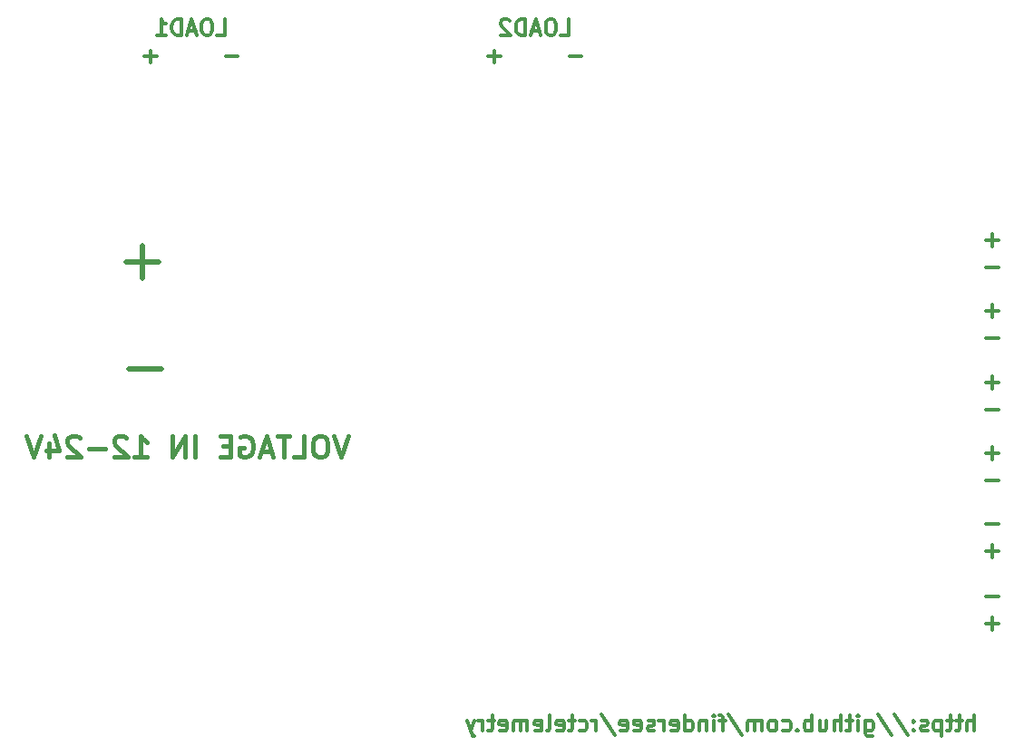
<source format=gbo>
%TF.GenerationSoftware,KiCad,Pcbnew,(5.0.0)*%
%TF.CreationDate,2019-06-24T20:52:01+03:00*%
%TF.ProjectId,Telemetry,54656C656D657472792E6B696361645F,0.1*%
%TF.SameCoordinates,Original*%
%TF.FileFunction,Legend,Bot*%
%TF.FilePolarity,Positive*%
%FSLAX46Y46*%
G04 Gerber Fmt 4.6, Leading zero omitted, Abs format (unit mm)*
G04 Created by KiCad (PCBNEW (5.0.0)) date 06/24/19 20:52:01*
%MOMM*%
%LPD*%
G01*
G04 APERTURE LIST*
%ADD10C,0.300000*%
%ADD11C,0.400000*%
%ADD12C,0.500000*%
%ADD13O,1.670000X1.120000*%
%ADD14O,1.070000X1.370000*%
%ADD15C,8.160000*%
%ADD16R,1.120000X1.120000*%
%ADD17O,1.120000X1.120000*%
%ADD18C,1.660000*%
%ADD19R,1.660000X1.660000*%
%ADD20R,1.200000X1.200000*%
%ADD21O,1.200000X1.200000*%
%ADD22R,2.392000X2.392000*%
%ADD23O,2.392000X2.392000*%
%ADD24O,2.060000X2.060000*%
%ADD25R,2.060000X2.060000*%
%ADD26R,2.160000X3.960000*%
%ADD27O,2.160000X3.960000*%
%ADD28C,1.860000*%
%ADD29O,6.360000X10.360000*%
%ADD30O,2.087200X2.392000*%
%ADD31R,2.087200X2.392000*%
%ADD32R,11.120000X9.520000*%
%ADD33R,2.087200X2.087200*%
%ADD34O,2.087200X2.087200*%
%ADD35C,3.560000*%
%ADD36C,2.358980*%
%ADD37R,1.360000X1.360000*%
%ADD38O,1.360000X1.360000*%
%ADD39C,1.560000*%
%ADD40C,1.160000*%
%ADD41C,1.010000*%
G04 APERTURE END LIST*
D10*
X152228571Y-107367857D02*
X153371428Y-107367857D01*
X152800000Y-106796428D02*
X152800000Y-107939285D01*
X152228571Y-104817857D02*
X153371428Y-104817857D01*
X152228571Y-100567857D02*
X153371428Y-100567857D01*
X152800000Y-99996428D02*
X152800000Y-101139285D01*
X152228571Y-98017857D02*
X153371428Y-98017857D01*
X153371428Y-91432142D02*
X152228571Y-91432142D01*
X152800000Y-92003571D02*
X152800000Y-90860714D01*
X153371428Y-93982142D02*
X152228571Y-93982142D01*
X153371428Y-84832142D02*
X152228571Y-84832142D01*
X152800000Y-85403571D02*
X152800000Y-84260714D01*
X153371428Y-87382142D02*
X152228571Y-87382142D01*
X153371428Y-78132142D02*
X152228571Y-78132142D01*
X152800000Y-78703571D02*
X152800000Y-77560714D01*
X153371428Y-80682142D02*
X152228571Y-80682142D01*
X153371428Y-71532142D02*
X152228571Y-71532142D01*
X152800000Y-72103571D02*
X152800000Y-70960714D01*
X153371428Y-74082142D02*
X152228571Y-74082142D01*
X112528571Y-52403571D02*
X113242857Y-52403571D01*
X113242857Y-50903571D01*
X111742857Y-50903571D02*
X111457142Y-50903571D01*
X111314285Y-50975000D01*
X111171428Y-51117857D01*
X111100000Y-51403571D01*
X111100000Y-51903571D01*
X111171428Y-52189285D01*
X111314285Y-52332142D01*
X111457142Y-52403571D01*
X111742857Y-52403571D01*
X111885714Y-52332142D01*
X112028571Y-52189285D01*
X112100000Y-51903571D01*
X112100000Y-51403571D01*
X112028571Y-51117857D01*
X111885714Y-50975000D01*
X111742857Y-50903571D01*
X110528571Y-51975000D02*
X109814285Y-51975000D01*
X110671428Y-52403571D02*
X110171428Y-50903571D01*
X109671428Y-52403571D01*
X109171428Y-52403571D02*
X109171428Y-50903571D01*
X108814285Y-50903571D01*
X108600000Y-50975000D01*
X108457142Y-51117857D01*
X108385714Y-51260714D01*
X108314285Y-51546428D01*
X108314285Y-51760714D01*
X108385714Y-52046428D01*
X108457142Y-52189285D01*
X108600000Y-52332142D01*
X108814285Y-52403571D01*
X109171428Y-52403571D01*
X107742857Y-51046428D02*
X107671428Y-50975000D01*
X107528571Y-50903571D01*
X107171428Y-50903571D01*
X107028571Y-50975000D01*
X106957142Y-51046428D01*
X106885714Y-51189285D01*
X106885714Y-51332142D01*
X106957142Y-51546428D01*
X107814285Y-52403571D01*
X106885714Y-52403571D01*
X114457142Y-54382142D02*
X113314285Y-54382142D01*
X106885714Y-54382142D02*
X105742857Y-54382142D01*
X106314285Y-54953571D02*
X106314285Y-53810714D01*
X80428571Y-52403571D02*
X81142857Y-52403571D01*
X81142857Y-50903571D01*
X79642857Y-50903571D02*
X79357142Y-50903571D01*
X79214285Y-50975000D01*
X79071428Y-51117857D01*
X79000000Y-51403571D01*
X79000000Y-51903571D01*
X79071428Y-52189285D01*
X79214285Y-52332142D01*
X79357142Y-52403571D01*
X79642857Y-52403571D01*
X79785714Y-52332142D01*
X79928571Y-52189285D01*
X80000000Y-51903571D01*
X80000000Y-51403571D01*
X79928571Y-51117857D01*
X79785714Y-50975000D01*
X79642857Y-50903571D01*
X78428571Y-51975000D02*
X77714285Y-51975000D01*
X78571428Y-52403571D02*
X78071428Y-50903571D01*
X77571428Y-52403571D01*
X77071428Y-52403571D02*
X77071428Y-50903571D01*
X76714285Y-50903571D01*
X76500000Y-50975000D01*
X76357142Y-51117857D01*
X76285714Y-51260714D01*
X76214285Y-51546428D01*
X76214285Y-51760714D01*
X76285714Y-52046428D01*
X76357142Y-52189285D01*
X76500000Y-52332142D01*
X76714285Y-52403571D01*
X77071428Y-52403571D01*
X74785714Y-52403571D02*
X75642857Y-52403571D01*
X75214285Y-52403571D02*
X75214285Y-50903571D01*
X75357142Y-51117857D01*
X75500000Y-51260714D01*
X75642857Y-51332142D01*
X82357142Y-54382142D02*
X81214285Y-54382142D01*
X74785714Y-54382142D02*
X73642857Y-54382142D01*
X74214285Y-54953571D02*
X74214285Y-53810714D01*
D11*
X92649523Y-89804761D02*
X91982857Y-91804761D01*
X91316190Y-89804761D01*
X90268571Y-89804761D02*
X89887619Y-89804761D01*
X89697142Y-89900000D01*
X89506666Y-90090476D01*
X89411428Y-90471428D01*
X89411428Y-91138095D01*
X89506666Y-91519047D01*
X89697142Y-91709523D01*
X89887619Y-91804761D01*
X90268571Y-91804761D01*
X90459047Y-91709523D01*
X90649523Y-91519047D01*
X90744761Y-91138095D01*
X90744761Y-90471428D01*
X90649523Y-90090476D01*
X90459047Y-89900000D01*
X90268571Y-89804761D01*
X87601904Y-91804761D02*
X88554285Y-91804761D01*
X88554285Y-89804761D01*
X87220952Y-89804761D02*
X86078095Y-89804761D01*
X86649523Y-91804761D02*
X86649523Y-89804761D01*
X85506666Y-91233333D02*
X84554285Y-91233333D01*
X85697142Y-91804761D02*
X85030476Y-89804761D01*
X84363809Y-91804761D01*
X82649523Y-89900000D02*
X82840000Y-89804761D01*
X83125714Y-89804761D01*
X83411428Y-89900000D01*
X83601904Y-90090476D01*
X83697142Y-90280952D01*
X83792380Y-90661904D01*
X83792380Y-90947619D01*
X83697142Y-91328571D01*
X83601904Y-91519047D01*
X83411428Y-91709523D01*
X83125714Y-91804761D01*
X82935238Y-91804761D01*
X82649523Y-91709523D01*
X82554285Y-91614285D01*
X82554285Y-90947619D01*
X82935238Y-90947619D01*
X81697142Y-90757142D02*
X81030476Y-90757142D01*
X80744761Y-91804761D02*
X81697142Y-91804761D01*
X81697142Y-89804761D01*
X80744761Y-89804761D01*
X78363809Y-91804761D02*
X78363809Y-89804761D01*
X77411428Y-91804761D02*
X77411428Y-89804761D01*
X76268571Y-91804761D01*
X76268571Y-89804761D01*
X72744761Y-91804761D02*
X73887619Y-91804761D01*
X73316190Y-91804761D02*
X73316190Y-89804761D01*
X73506666Y-90090476D01*
X73697142Y-90280952D01*
X73887619Y-90376190D01*
X71982857Y-89995238D02*
X71887619Y-89900000D01*
X71697142Y-89804761D01*
X71220952Y-89804761D01*
X71030476Y-89900000D01*
X70935238Y-89995238D01*
X70840000Y-90185714D01*
X70840000Y-90376190D01*
X70935238Y-90661904D01*
X72078095Y-91804761D01*
X70840000Y-91804761D01*
X69982857Y-91042857D02*
X68459047Y-91042857D01*
X67601904Y-89995238D02*
X67506666Y-89900000D01*
X67316190Y-89804761D01*
X66840000Y-89804761D01*
X66649523Y-89900000D01*
X66554285Y-89995238D01*
X66459047Y-90185714D01*
X66459047Y-90376190D01*
X66554285Y-90661904D01*
X67697142Y-91804761D01*
X66459047Y-91804761D01*
X64744761Y-90471428D02*
X64744761Y-91804761D01*
X65220952Y-89709523D02*
X65697142Y-91138095D01*
X64459047Y-91138095D01*
X63982857Y-89804761D02*
X63316190Y-91804761D01*
X62649523Y-89804761D01*
D12*
X75223809Y-83585714D02*
X72176190Y-83585714D01*
X75023809Y-73585714D02*
X71976190Y-73585714D01*
X73500000Y-75109523D02*
X73500000Y-72061904D01*
D10*
X151107142Y-117378571D02*
X151107142Y-115878571D01*
X150464285Y-117378571D02*
X150464285Y-116592857D01*
X150535714Y-116450000D01*
X150678571Y-116378571D01*
X150892857Y-116378571D01*
X151035714Y-116450000D01*
X151107142Y-116521428D01*
X149964285Y-116378571D02*
X149392857Y-116378571D01*
X149750000Y-115878571D02*
X149750000Y-117164285D01*
X149678571Y-117307142D01*
X149535714Y-117378571D01*
X149392857Y-117378571D01*
X149107142Y-116378571D02*
X148535714Y-116378571D01*
X148892857Y-115878571D02*
X148892857Y-117164285D01*
X148821428Y-117307142D01*
X148678571Y-117378571D01*
X148535714Y-117378571D01*
X148035714Y-116378571D02*
X148035714Y-117878571D01*
X148035714Y-116450000D02*
X147892857Y-116378571D01*
X147607142Y-116378571D01*
X147464285Y-116450000D01*
X147392857Y-116521428D01*
X147321428Y-116664285D01*
X147321428Y-117092857D01*
X147392857Y-117235714D01*
X147464285Y-117307142D01*
X147607142Y-117378571D01*
X147892857Y-117378571D01*
X148035714Y-117307142D01*
X146750000Y-117307142D02*
X146607142Y-117378571D01*
X146321428Y-117378571D01*
X146178571Y-117307142D01*
X146107142Y-117164285D01*
X146107142Y-117092857D01*
X146178571Y-116950000D01*
X146321428Y-116878571D01*
X146535714Y-116878571D01*
X146678571Y-116807142D01*
X146750000Y-116664285D01*
X146750000Y-116592857D01*
X146678571Y-116450000D01*
X146535714Y-116378571D01*
X146321428Y-116378571D01*
X146178571Y-116450000D01*
X145464285Y-117235714D02*
X145392857Y-117307142D01*
X145464285Y-117378571D01*
X145535714Y-117307142D01*
X145464285Y-117235714D01*
X145464285Y-117378571D01*
X145464285Y-116450000D02*
X145392857Y-116521428D01*
X145464285Y-116592857D01*
X145535714Y-116521428D01*
X145464285Y-116450000D01*
X145464285Y-116592857D01*
X143678571Y-115807142D02*
X144964285Y-117735714D01*
X142107142Y-115807142D02*
X143392857Y-117735714D01*
X140964285Y-116378571D02*
X140964285Y-117592857D01*
X141035714Y-117735714D01*
X141107142Y-117807142D01*
X141250000Y-117878571D01*
X141464285Y-117878571D01*
X141607142Y-117807142D01*
X140964285Y-117307142D02*
X141107142Y-117378571D01*
X141392857Y-117378571D01*
X141535714Y-117307142D01*
X141607142Y-117235714D01*
X141678571Y-117092857D01*
X141678571Y-116664285D01*
X141607142Y-116521428D01*
X141535714Y-116450000D01*
X141392857Y-116378571D01*
X141107142Y-116378571D01*
X140964285Y-116450000D01*
X140250000Y-117378571D02*
X140250000Y-116378571D01*
X140250000Y-115878571D02*
X140321428Y-115950000D01*
X140250000Y-116021428D01*
X140178571Y-115950000D01*
X140250000Y-115878571D01*
X140250000Y-116021428D01*
X139750000Y-116378571D02*
X139178571Y-116378571D01*
X139535714Y-115878571D02*
X139535714Y-117164285D01*
X139464285Y-117307142D01*
X139321428Y-117378571D01*
X139178571Y-117378571D01*
X138678571Y-117378571D02*
X138678571Y-115878571D01*
X138035714Y-117378571D02*
X138035714Y-116592857D01*
X138107142Y-116450000D01*
X138250000Y-116378571D01*
X138464285Y-116378571D01*
X138607142Y-116450000D01*
X138678571Y-116521428D01*
X136678571Y-116378571D02*
X136678571Y-117378571D01*
X137321428Y-116378571D02*
X137321428Y-117164285D01*
X137250000Y-117307142D01*
X137107142Y-117378571D01*
X136892857Y-117378571D01*
X136749999Y-117307142D01*
X136678571Y-117235714D01*
X135964285Y-117378571D02*
X135964285Y-115878571D01*
X135964285Y-116450000D02*
X135821428Y-116378571D01*
X135535714Y-116378571D01*
X135392857Y-116450000D01*
X135321428Y-116521428D01*
X135249999Y-116664285D01*
X135249999Y-117092857D01*
X135321428Y-117235714D01*
X135392857Y-117307142D01*
X135535714Y-117378571D01*
X135821428Y-117378571D01*
X135964285Y-117307142D01*
X134607142Y-117235714D02*
X134535714Y-117307142D01*
X134607142Y-117378571D01*
X134678571Y-117307142D01*
X134607142Y-117235714D01*
X134607142Y-117378571D01*
X133249999Y-117307142D02*
X133392857Y-117378571D01*
X133678571Y-117378571D01*
X133821428Y-117307142D01*
X133892857Y-117235714D01*
X133964285Y-117092857D01*
X133964285Y-116664285D01*
X133892857Y-116521428D01*
X133821428Y-116450000D01*
X133678571Y-116378571D01*
X133392857Y-116378571D01*
X133249999Y-116450000D01*
X132392857Y-117378571D02*
X132535714Y-117307142D01*
X132607142Y-117235714D01*
X132678571Y-117092857D01*
X132678571Y-116664285D01*
X132607142Y-116521428D01*
X132535714Y-116450000D01*
X132392857Y-116378571D01*
X132178571Y-116378571D01*
X132035714Y-116450000D01*
X131964285Y-116521428D01*
X131892857Y-116664285D01*
X131892857Y-117092857D01*
X131964285Y-117235714D01*
X132035714Y-117307142D01*
X132178571Y-117378571D01*
X132392857Y-117378571D01*
X131249999Y-117378571D02*
X131249999Y-116378571D01*
X131249999Y-116521428D02*
X131178571Y-116450000D01*
X131035714Y-116378571D01*
X130821428Y-116378571D01*
X130678571Y-116450000D01*
X130607142Y-116592857D01*
X130607142Y-117378571D01*
X130607142Y-116592857D02*
X130535714Y-116450000D01*
X130392857Y-116378571D01*
X130178571Y-116378571D01*
X130035714Y-116450000D01*
X129964285Y-116592857D01*
X129964285Y-117378571D01*
X128178571Y-115807142D02*
X129464285Y-117735714D01*
X127892857Y-116378571D02*
X127321428Y-116378571D01*
X127678571Y-117378571D02*
X127678571Y-116092857D01*
X127607142Y-115950000D01*
X127464285Y-115878571D01*
X127321428Y-115878571D01*
X126821428Y-117378571D02*
X126821428Y-116378571D01*
X126821428Y-115878571D02*
X126892857Y-115950000D01*
X126821428Y-116021428D01*
X126749999Y-115950000D01*
X126821428Y-115878571D01*
X126821428Y-116021428D01*
X126107142Y-116378571D02*
X126107142Y-117378571D01*
X126107142Y-116521428D02*
X126035714Y-116450000D01*
X125892857Y-116378571D01*
X125678571Y-116378571D01*
X125535714Y-116450000D01*
X125464285Y-116592857D01*
X125464285Y-117378571D01*
X124107142Y-117378571D02*
X124107142Y-115878571D01*
X124107142Y-117307142D02*
X124249999Y-117378571D01*
X124535714Y-117378571D01*
X124678571Y-117307142D01*
X124749999Y-117235714D01*
X124821428Y-117092857D01*
X124821428Y-116664285D01*
X124749999Y-116521428D01*
X124678571Y-116450000D01*
X124535714Y-116378571D01*
X124249999Y-116378571D01*
X124107142Y-116450000D01*
X122821428Y-117307142D02*
X122964285Y-117378571D01*
X123249999Y-117378571D01*
X123392857Y-117307142D01*
X123464285Y-117164285D01*
X123464285Y-116592857D01*
X123392857Y-116450000D01*
X123249999Y-116378571D01*
X122964285Y-116378571D01*
X122821428Y-116450000D01*
X122749999Y-116592857D01*
X122749999Y-116735714D01*
X123464285Y-116878571D01*
X122107142Y-117378571D02*
X122107142Y-116378571D01*
X122107142Y-116664285D02*
X122035714Y-116521428D01*
X121964285Y-116450000D01*
X121821428Y-116378571D01*
X121678571Y-116378571D01*
X121249999Y-117307142D02*
X121107142Y-117378571D01*
X120821428Y-117378571D01*
X120678571Y-117307142D01*
X120607142Y-117164285D01*
X120607142Y-117092857D01*
X120678571Y-116950000D01*
X120821428Y-116878571D01*
X121035714Y-116878571D01*
X121178571Y-116807142D01*
X121249999Y-116664285D01*
X121249999Y-116592857D01*
X121178571Y-116450000D01*
X121035714Y-116378571D01*
X120821428Y-116378571D01*
X120678571Y-116450000D01*
X119392857Y-117307142D02*
X119535714Y-117378571D01*
X119821428Y-117378571D01*
X119964285Y-117307142D01*
X120035714Y-117164285D01*
X120035714Y-116592857D01*
X119964285Y-116450000D01*
X119821428Y-116378571D01*
X119535714Y-116378571D01*
X119392857Y-116450000D01*
X119321428Y-116592857D01*
X119321428Y-116735714D01*
X120035714Y-116878571D01*
X118107142Y-117307142D02*
X118249999Y-117378571D01*
X118535714Y-117378571D01*
X118678571Y-117307142D01*
X118749999Y-117164285D01*
X118749999Y-116592857D01*
X118678571Y-116450000D01*
X118535714Y-116378571D01*
X118249999Y-116378571D01*
X118107142Y-116450000D01*
X118035714Y-116592857D01*
X118035714Y-116735714D01*
X118749999Y-116878571D01*
X116321428Y-115807142D02*
X117607142Y-117735714D01*
X115821428Y-117378571D02*
X115821428Y-116378571D01*
X115821428Y-116664285D02*
X115749999Y-116521428D01*
X115678571Y-116450000D01*
X115535714Y-116378571D01*
X115392857Y-116378571D01*
X114249999Y-117307142D02*
X114392857Y-117378571D01*
X114678571Y-117378571D01*
X114821428Y-117307142D01*
X114892857Y-117235714D01*
X114964285Y-117092857D01*
X114964285Y-116664285D01*
X114892857Y-116521428D01*
X114821428Y-116450000D01*
X114678571Y-116378571D01*
X114392857Y-116378571D01*
X114249999Y-116450000D01*
X113821428Y-116378571D02*
X113249999Y-116378571D01*
X113607142Y-115878571D02*
X113607142Y-117164285D01*
X113535714Y-117307142D01*
X113392857Y-117378571D01*
X113249999Y-117378571D01*
X112178571Y-117307142D02*
X112321428Y-117378571D01*
X112607142Y-117378571D01*
X112749999Y-117307142D01*
X112821428Y-117164285D01*
X112821428Y-116592857D01*
X112749999Y-116450000D01*
X112607142Y-116378571D01*
X112321428Y-116378571D01*
X112178571Y-116450000D01*
X112107142Y-116592857D01*
X112107142Y-116735714D01*
X112821428Y-116878571D01*
X111249999Y-117378571D02*
X111392857Y-117307142D01*
X111464285Y-117164285D01*
X111464285Y-115878571D01*
X110107142Y-117307142D02*
X110249999Y-117378571D01*
X110535714Y-117378571D01*
X110678571Y-117307142D01*
X110749999Y-117164285D01*
X110749999Y-116592857D01*
X110678571Y-116450000D01*
X110535714Y-116378571D01*
X110249999Y-116378571D01*
X110107142Y-116450000D01*
X110035714Y-116592857D01*
X110035714Y-116735714D01*
X110749999Y-116878571D01*
X109392857Y-117378571D02*
X109392857Y-116378571D01*
X109392857Y-116521428D02*
X109321428Y-116450000D01*
X109178571Y-116378571D01*
X108964285Y-116378571D01*
X108821428Y-116450000D01*
X108749999Y-116592857D01*
X108749999Y-117378571D01*
X108749999Y-116592857D02*
X108678571Y-116450000D01*
X108535714Y-116378571D01*
X108321428Y-116378571D01*
X108178571Y-116450000D01*
X108107142Y-116592857D01*
X108107142Y-117378571D01*
X106821428Y-117307142D02*
X106964285Y-117378571D01*
X107249999Y-117378571D01*
X107392857Y-117307142D01*
X107464285Y-117164285D01*
X107464285Y-116592857D01*
X107392857Y-116450000D01*
X107249999Y-116378571D01*
X106964285Y-116378571D01*
X106821428Y-116450000D01*
X106749999Y-116592857D01*
X106749999Y-116735714D01*
X107464285Y-116878571D01*
X106321428Y-116378571D02*
X105749999Y-116378571D01*
X106107142Y-115878571D02*
X106107142Y-117164285D01*
X106035714Y-117307142D01*
X105892857Y-117378571D01*
X105749999Y-117378571D01*
X105249999Y-117378571D02*
X105249999Y-116378571D01*
X105249999Y-116664285D02*
X105178571Y-116521428D01*
X105107142Y-116450000D01*
X104964285Y-116378571D01*
X104821428Y-116378571D01*
X104464285Y-116378571D02*
X104107142Y-117378571D01*
X103749999Y-116378571D02*
X104107142Y-117378571D01*
X104249999Y-117735714D01*
X104321428Y-117807142D01*
X104464285Y-117878571D01*
%LPC*%
D13*
X155350000Y-52425000D03*
X155350000Y-59675000D03*
D14*
X152670000Y-53625000D03*
X152670000Y-58475000D03*
D15*
X115100000Y-46400000D03*
X105100000Y-46400000D03*
X83100000Y-46400000D03*
X73100000Y-46400000D03*
X65000000Y-73500000D03*
X65000000Y-83500000D03*
D16*
X129100000Y-57100000D03*
D17*
X129100000Y-55830000D03*
D18*
X117300000Y-105450000D03*
D19*
X114800000Y-105450000D03*
D20*
X127000000Y-51300000D03*
D21*
X128270000Y-51300000D03*
D22*
X138300000Y-59400000D03*
D23*
X135760000Y-59400000D03*
X149250000Y-67640000D03*
D22*
X149250000Y-65100000D03*
D24*
X148450000Y-107290000D03*
D25*
X148450000Y-104750000D03*
D24*
X148450000Y-93840000D03*
D25*
X148450000Y-91300000D03*
D24*
X148450000Y-100540000D03*
D25*
X148450000Y-98000000D03*
D26*
X77300000Y-115000000D03*
D27*
X81110000Y-115000000D03*
D25*
X148450000Y-84800000D03*
D24*
X148450000Y-87340000D03*
D25*
X148450000Y-78100000D03*
D24*
X148450000Y-80640000D03*
D25*
X148450000Y-71500000D03*
D24*
X148450000Y-74040000D03*
D28*
X118500000Y-58910000D03*
X118500000Y-55090000D03*
X118500000Y-57000000D03*
D29*
X97100000Y-51500000D03*
X97100000Y-62500000D03*
D28*
X86500000Y-58910000D03*
X86500000Y-55090000D03*
X86500000Y-57000000D03*
D29*
X65100000Y-51500000D03*
X65100000Y-62500000D03*
D27*
X91210000Y-115000000D03*
D26*
X87400000Y-115000000D03*
D19*
X110500000Y-82000000D03*
D18*
X108000000Y-82000000D03*
D19*
X110400000Y-73700000D03*
D18*
X107900000Y-73700000D03*
X88300000Y-76800000D03*
D19*
X90800000Y-76800000D03*
D30*
X137480000Y-67350000D03*
X140020000Y-67350000D03*
X142560000Y-67350000D03*
D31*
X145100000Y-67350000D03*
D32*
X99375000Y-74400000D03*
D33*
X132600000Y-55700000D03*
D34*
X132600000Y-53160000D03*
X135140000Y-55700000D03*
X135140000Y-53160000D03*
X137680000Y-55700000D03*
X137680000Y-53160000D03*
X140220000Y-55700000D03*
X140220000Y-53160000D03*
X142760000Y-55700000D03*
X142760000Y-53160000D03*
X145300000Y-55700000D03*
X145300000Y-53160000D03*
D35*
X64000000Y-42000000D03*
X64000000Y-116000000D03*
X156000000Y-42000000D03*
X156000000Y-116000000D03*
D25*
X119200000Y-82000000D03*
D24*
X119200000Y-84540000D03*
D36*
X140840000Y-44000000D03*
X143380000Y-44000000D03*
X148460000Y-44000000D03*
X151000000Y-44000000D03*
X145920000Y-44000000D03*
D37*
X153000000Y-48300000D03*
D38*
X153000000Y-47030000D03*
D33*
X152750000Y-62550000D03*
D34*
X155290000Y-62550000D03*
X152750000Y-65090000D03*
X155290000Y-65090000D03*
X152750000Y-67630000D03*
X155290000Y-67630000D03*
X137680000Y-46960000D03*
X137680000Y-49500000D03*
X135140000Y-46960000D03*
X135140000Y-49500000D03*
X132600000Y-46960000D03*
D33*
X132600000Y-49500000D03*
D39*
X99400000Y-78300000D03*
X99400000Y-70300000D03*
X104150000Y-74400000D03*
X94600000Y-74400000D03*
X94600000Y-78450000D03*
X94600000Y-70300000D03*
D40*
X116850000Y-77200000D03*
D39*
X104150000Y-70300000D03*
X104150000Y-78450000D03*
D41*
X131000000Y-70700000D03*
X131456193Y-63272459D03*
X141800000Y-62700000D03*
D40*
X126725003Y-59100000D03*
X86320000Y-86490000D03*
X84000000Y-81800000D03*
X72000000Y-78700000D03*
X70500000Y-77100000D03*
X74700000Y-70200000D03*
X85100000Y-70800000D03*
X90700000Y-73300000D03*
X93300000Y-101400000D03*
X74800000Y-109800000D03*
X61100000Y-79500000D03*
D39*
X140100000Y-88500000D03*
X140100000Y-95300000D03*
X143200000Y-96300000D03*
X143400000Y-89800000D03*
X143300000Y-82900000D03*
X139900000Y-81700000D03*
X143500000Y-76500000D03*
X140470000Y-76280000D03*
X145200000Y-75800000D03*
X145200000Y-82400000D03*
X145000000Y-89100000D03*
X138800000Y-93100000D03*
X145000000Y-95700000D03*
X82700000Y-98000000D03*
X73400000Y-97900000D03*
X85500000Y-103000000D03*
X75500000Y-103400000D03*
X81400000Y-101300000D03*
X80100000Y-101300000D03*
X78800000Y-101300000D03*
X88800000Y-101300000D03*
X90100000Y-101300000D03*
X91400000Y-101300000D03*
D41*
X124900000Y-98900000D03*
X133900000Y-81500000D03*
D39*
X112100000Y-108400000D03*
X103700000Y-106900000D03*
D40*
X123800000Y-95000000D03*
X123000000Y-95500000D03*
X120900000Y-101500000D03*
X120900000Y-102400000D03*
X121800000Y-101900000D03*
X108100000Y-104000000D03*
D41*
X123300000Y-101900000D03*
X124200000Y-74800000D03*
X122500000Y-79300000D03*
X130600000Y-87750000D03*
D39*
X130700000Y-110600000D03*
X130700000Y-108350000D03*
X126400000Y-108550000D03*
X126400000Y-110600000D03*
D41*
X121150000Y-88100000D03*
X89400000Y-40250000D03*
X89350000Y-48400000D03*
X91000000Y-52850000D03*
X89900000Y-54400000D03*
X121950000Y-42850000D03*
X123600000Y-54900000D03*
X122100000Y-56800000D03*
X123150000Y-41450000D03*
X117400000Y-67560000D03*
X118010000Y-68500000D03*
X122910916Y-65270984D03*
X129440000Y-75740000D03*
X125820000Y-93740000D03*
D39*
X105900000Y-70200000D03*
X105900000Y-74400000D03*
X105900000Y-78500000D03*
X105900000Y-77100000D03*
X105900000Y-75800000D03*
X105900000Y-73000000D03*
X105900000Y-71600000D03*
D41*
X136600000Y-104200000D03*
X136900000Y-96500000D03*
X138100000Y-70500000D03*
X125800000Y-59100000D03*
X129700000Y-51500000D03*
X133000000Y-69350000D03*
D39*
X127300000Y-94700000D03*
X128600000Y-94700000D03*
X130000000Y-94700000D03*
X131400000Y-94700000D03*
D41*
X136000000Y-62800000D03*
D40*
X119800000Y-73200000D03*
X117400000Y-62800000D03*
X122900000Y-61900000D03*
D41*
X128400000Y-79500000D03*
X121960000Y-67450000D03*
X122870000Y-66120000D03*
X136000010Y-101300000D03*
X138300000Y-44500000D03*
D39*
X92400000Y-58500000D03*
X85900000Y-94700000D03*
X81800000Y-96300000D03*
X108100000Y-109800000D03*
X106100000Y-110000000D03*
X69600000Y-62500000D03*
X69600000Y-61000000D03*
X69600000Y-59400000D03*
X69600000Y-64000000D03*
X68600000Y-58000000D03*
X69600000Y-65500000D03*
X68500000Y-66900000D03*
X92400000Y-62400000D03*
X92400000Y-61100000D03*
X92400000Y-59800000D03*
X92400000Y-63700000D03*
X92400000Y-65000000D03*
X68499999Y-70000001D03*
X68500000Y-77000000D03*
X70400000Y-73600000D03*
X69950000Y-71600000D03*
X69800000Y-75500000D03*
X110400000Y-75500000D03*
X110400000Y-76900000D03*
X110400000Y-78400000D03*
X110400000Y-79800000D03*
X111800000Y-79800000D03*
X111800000Y-78400000D03*
X111800000Y-76900000D03*
X111800000Y-75500000D03*
D41*
X123060135Y-94104774D03*
X77600000Y-74450000D03*
X111400000Y-69100000D03*
D40*
X90750000Y-57100000D03*
D39*
X116050000Y-72600000D03*
D41*
X94200000Y-40250000D03*
X126500000Y-44450000D03*
X126500000Y-86400000D03*
X131262902Y-65031998D03*
X128600000Y-81800000D03*
X127300000Y-73800000D03*
X129700000Y-74700000D03*
X135900000Y-66000000D03*
X139600000Y-72700000D03*
D39*
X65200000Y-45400000D03*
X66700000Y-45500000D03*
X63700000Y-45500000D03*
X69400000Y-51400000D03*
X69400000Y-52800000D03*
X69400000Y-54200000D03*
X69400000Y-50000000D03*
X101300000Y-52300000D03*
X101300000Y-49500000D03*
X101300000Y-53700000D03*
X101300000Y-50900000D03*
X95700000Y-45500000D03*
X98700000Y-45500000D03*
X97200000Y-45400000D03*
D41*
X126075000Y-61900000D03*
X87300000Y-49800000D03*
X125500000Y-67700000D03*
X121636330Y-51386330D03*
X125500000Y-71100000D03*
X101900000Y-108400000D03*
X150150000Y-57638360D03*
D40*
X93600000Y-84250000D03*
X104450000Y-83550000D03*
D41*
X126600000Y-75700000D03*
X131250000Y-64100000D03*
X122700000Y-63200000D03*
X123810000Y-71380000D03*
X120550000Y-89700000D03*
X120650000Y-86100000D03*
X125630000Y-63510000D03*
X122780000Y-92100000D03*
X129523619Y-61966381D03*
X122740000Y-93010000D03*
X134499990Y-79990000D03*
X130099625Y-58519341D03*
X134500000Y-67200000D03*
X134593948Y-69350000D03*
X139000000Y-69500000D03*
X146006859Y-65441157D03*
X148900000Y-61900000D03*
X137275000Y-88100000D03*
X137275000Y-90800000D03*
X127425000Y-61920000D03*
X133650000Y-74750000D03*
X136100000Y-65100000D03*
X134500000Y-62800000D03*
X132975000Y-74000000D03*
X128100000Y-64500000D03*
X134900000Y-76500000D03*
X129480760Y-67019240D03*
X133816699Y-75583496D03*
X130440380Y-67059620D03*
M02*

</source>
